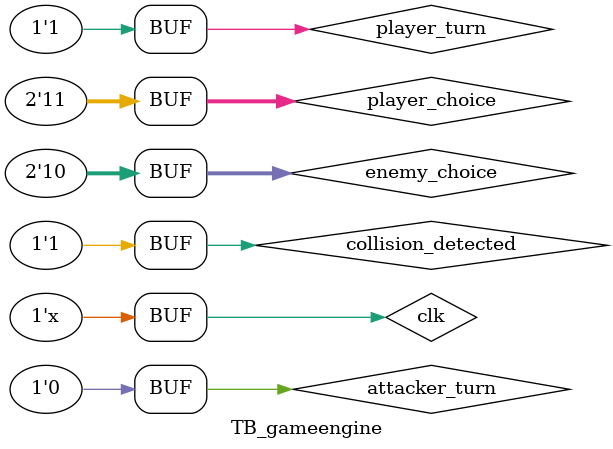
<source format=v>
`timescale 1ns / 1ps


module TB_gameengine;

	// Inputs
	reg clk;
	reg collision_detected;
	reg [1:0] player_choice;
	reg [1:0] enemy_choice;
	reg player_turn;
	reg attacker_turn;

	// Outputs
	wire [7:0] player_HB;
	wire [7:0] enemy_HB;
	wire [4:0] player_remained_sword;
	wire [4:0] player_remained_baseballbat;
	wire [4:0] enemy_remained_sword;
	wire [4:0] enemy_remained_baseballbat;
	wire player_win;
	wire enemy_win;

	// Instantiate the Unit Under Test (UUT)
	game_engin uut (
		.clk(clk), 
		.collision_detected(collision_detected), 
		.player_choice(player_choice), 
		.enemy_choice(enemy_choice), 
		.player_turn(player_turn), 
		.attacker_turn(attacker_turn), 
		.player_HB(player_HB), 
		.enemy_HB(enemy_HB), 
		.player_remained_sword(player_remained_sword), 
		.player_remained_baseballbat(player_remained_baseballbat), 
		.enemy_remained_sword(enemy_remained_sword), 
		.enemy_remained_baseballbat(enemy_remained_baseballbat), 
		.player_win(player_win), 
		.enemy_win(enemy_win)
	);

	initial begin
		// Initialize Inputs
		clk = 0;
		collision_detected = 0;
		player_choice = 0;
		enemy_choice = 0;
		player_turn = 0;
		attacker_turn = 0;

		// Wait 100 ns for global reset to finish
		#100;
        player_choice = 2'b11;
		  collision_detected = 1;
		  player_turn = 1;
		// Add stimulus here
		
		#100
			enemy_choice = 1;
			enemy_choice = 2'b10;
	end
	
	always 
	#5 clk = !clk;
      
endmodule


</source>
